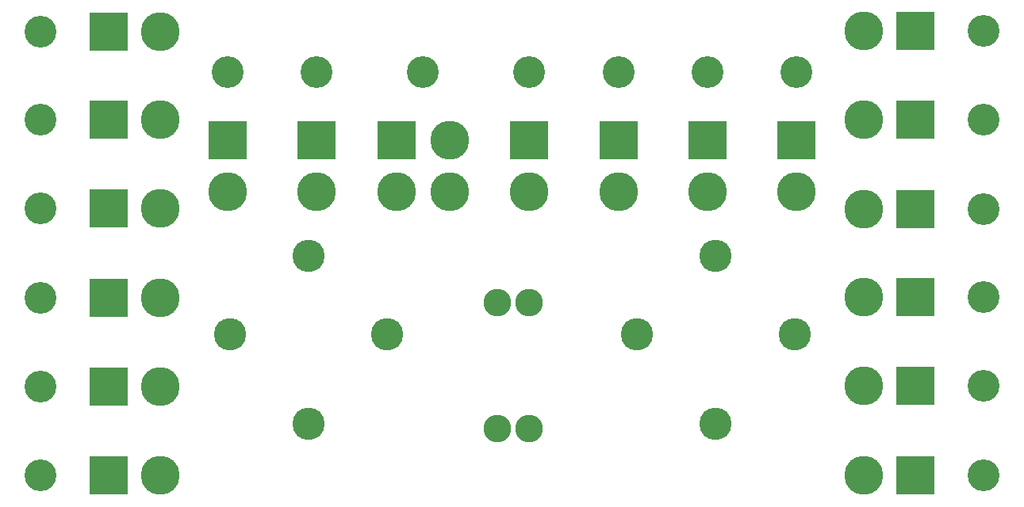
<source format=gbs>
G04 #@! TF.FileFunction,Soldermask,Bot*
%FSLAX46Y46*%
G04 Gerber Fmt 4.6, Leading zero omitted, Abs format (unit mm)*
G04 Created by KiCad (PCBNEW 4.0.7) date 11/16/17 10:54:23*
%MOMM*%
%LPD*%
G01*
G04 APERTURE LIST*
%ADD10C,0.100000*%
%ADD11C,2.950000*%
%ADD12R,4.150000X4.150000*%
%ADD13C,4.150000*%
%ADD14C,3.400000*%
%ADD15C,3.450000*%
G04 APERTURE END LIST*
D10*
D11*
X181450000Y-112210000D03*
X184850000Y-112210000D03*
X184850000Y-98740000D03*
X181450000Y-98737000D03*
D12*
X140000000Y-107750000D03*
D13*
X145500000Y-107750000D03*
D14*
X132700000Y-107750000D03*
D12*
X140025000Y-69775000D03*
D13*
X145525000Y-69775000D03*
D14*
X132725000Y-69775000D03*
D12*
X152700000Y-81450000D03*
D13*
X152700000Y-86950000D03*
D14*
X152700000Y-74150000D03*
D12*
X140000000Y-117250000D03*
D13*
X145500000Y-117250000D03*
D14*
X132700000Y-117250000D03*
D12*
X140025000Y-79225000D03*
D13*
X145525000Y-79225000D03*
D14*
X132725000Y-79225000D03*
D12*
X140025000Y-88725000D03*
D13*
X145525000Y-88725000D03*
D14*
X132725000Y-88725000D03*
D12*
X140000000Y-98250000D03*
D13*
X145500000Y-98250000D03*
D14*
X132700000Y-98250000D03*
D12*
X162200000Y-81450000D03*
D13*
X162200000Y-86950000D03*
D14*
X162200000Y-74150000D03*
D12*
X184900000Y-81450000D03*
D13*
X184900000Y-86950000D03*
D14*
X184900000Y-74150000D03*
D12*
X226100000Y-69750000D03*
D13*
X220600000Y-69750000D03*
D14*
X233400000Y-69750000D03*
D12*
X226100000Y-79250000D03*
D13*
X220600000Y-79250000D03*
D14*
X233400000Y-79250000D03*
D12*
X226100000Y-88750000D03*
D13*
X220600000Y-88750000D03*
D14*
X233400000Y-88750000D03*
D12*
X226100000Y-98200000D03*
D13*
X220600000Y-98200000D03*
D14*
X233400000Y-98200000D03*
D12*
X203900000Y-81450000D03*
D13*
X203900000Y-86950000D03*
D14*
X203900000Y-74150000D03*
D12*
X213400000Y-81450000D03*
D13*
X213400000Y-86950000D03*
D14*
X213400000Y-74150000D03*
D12*
X226100000Y-117200000D03*
D13*
X220600000Y-117200000D03*
D14*
X233400000Y-117200000D03*
D12*
X194400000Y-81450000D03*
D13*
X194400000Y-86950000D03*
D14*
X194400000Y-74150000D03*
D12*
X226100000Y-107700000D03*
D13*
X220600000Y-107700000D03*
D14*
X233400000Y-107700000D03*
D12*
X170700000Y-81450000D03*
D13*
X176400000Y-81450000D03*
X170700000Y-86950000D03*
X176400000Y-86950000D03*
D14*
X173550000Y-74150000D03*
D15*
X161350000Y-111700000D03*
X169750000Y-102200000D03*
X152950000Y-102200000D03*
X161350000Y-93800000D03*
X204800000Y-111700000D03*
X213200000Y-102200000D03*
X196400000Y-102200000D03*
X204800000Y-93800000D03*
M02*

</source>
